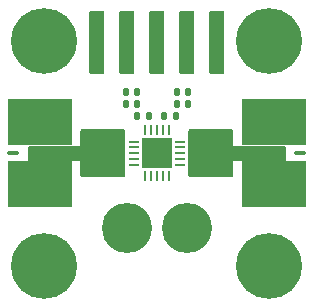
<source format=gbr>
%TF.GenerationSoftware,KiCad,Pcbnew,8.0.1*%
%TF.CreationDate,2024-07-13T13:57:38-04:00*%
%TF.ProjectId,X-Band Amplifier QPA1022,582d4261-6e64-4204-916d-706c69666965,v1.1*%
%TF.SameCoordinates,Original*%
%TF.FileFunction,Soldermask,Top*%
%TF.FilePolarity,Negative*%
%FSLAX46Y46*%
G04 Gerber Fmt 4.6, Leading zero omitted, Abs format (unit mm)*
G04 Created by KiCad (PCBNEW 8.0.1) date 2024-07-13 13:57:38*
%MOMM*%
%LPD*%
G01*
G04 APERTURE LIST*
G04 Aperture macros list*
%AMRoundRect*
0 Rectangle with rounded corners*
0 $1 Rounding radius*
0 $2 $3 $4 $5 $6 $7 $8 $9 X,Y pos of 4 corners*
0 Add a 4 corners polygon primitive as box body*
4,1,4,$2,$3,$4,$5,$6,$7,$8,$9,$2,$3,0*
0 Add four circle primitives for the rounded corners*
1,1,$1+$1,$2,$3*
1,1,$1+$1,$4,$5*
1,1,$1+$1,$6,$7*
1,1,$1+$1,$8,$9*
0 Add four rect primitives between the rounded corners*
20,1,$1+$1,$2,$3,$4,$5,0*
20,1,$1+$1,$4,$5,$6,$7,0*
20,1,$1+$1,$6,$7,$8,$9,0*
20,1,$1+$1,$8,$9,$2,$3,0*%
G04 Aperture macros list end*
%ADD10RoundRect,0.062500X-0.350000X-0.062500X0.350000X-0.062500X0.350000X0.062500X-0.350000X0.062500X0*%
%ADD11RoundRect,0.062500X-0.062500X-0.350000X0.062500X-0.350000X0.062500X0.350000X-0.062500X0.350000X0*%
%ADD12R,2.500000X2.500000*%
%ADD13RoundRect,0.135000X-0.135000X-0.185000X0.135000X-0.185000X0.135000X0.185000X-0.135000X0.185000X0*%
%ADD14RoundRect,0.140000X-0.140000X-0.170000X0.140000X-0.170000X0.140000X0.170000X-0.140000X0.170000X0*%
%ADD15RoundRect,0.087500X0.412500X-0.087500X0.412500X0.087500X-0.412500X0.087500X-0.412500X-0.087500X0*%
%ADD16R,5.500000X4.000000*%
%ADD17C,4.241800*%
%ADD18RoundRect,0.087500X-0.412500X0.087500X-0.412500X-0.087500X0.412500X-0.087500X0.412500X0.087500X0*%
%ADD19C,5.562600*%
G04 APERTURE END LIST*
D10*
%TO.C,U1*%
X137762500Y-62500000D03*
X137762500Y-63000000D03*
X137762500Y-63500000D03*
X137762500Y-64000000D03*
X137762500Y-64500000D03*
D11*
X138700000Y-65437500D03*
X139200000Y-65437500D03*
X139700000Y-65437500D03*
X140200000Y-65437500D03*
X140700000Y-65437500D03*
D10*
X141637500Y-64500000D03*
X141637500Y-64000000D03*
X141637500Y-63500000D03*
X141637500Y-63000000D03*
X141637500Y-62500000D03*
D11*
X140700000Y-61562500D03*
X140200000Y-61562500D03*
X139700000Y-61562500D03*
X139200000Y-61562500D03*
X138700000Y-61562500D03*
D12*
X139700000Y-63500000D03*
%TD*%
D13*
%TO.C,R2*%
X140333000Y-60325000D03*
X141353000Y-60325000D03*
%TD*%
%TO.C,R1*%
X138047000Y-60325000D03*
X139067000Y-60325000D03*
%TD*%
D14*
%TO.C,C4*%
X137061000Y-58293000D03*
X138021000Y-58293000D03*
%TD*%
%TO.C,C3*%
X141379000Y-58293000D03*
X142339000Y-58293000D03*
%TD*%
D15*
%TO.C,J2*%
X151850000Y-63500000D03*
D16*
X149600000Y-66135000D03*
X149600000Y-60865000D03*
%TD*%
D17*
%TO.C,H5*%
X137160000Y-69850000D03*
%TD*%
D18*
%TO.C,J1*%
X127550000Y-63500000D03*
D16*
X129800000Y-60865000D03*
X129800000Y-66135000D03*
%TD*%
D19*
%TO.C,H2*%
X149225000Y-53975000D03*
%TD*%
D17*
%TO.C,H6*%
X142240000Y-69850000D03*
%TD*%
D19*
%TO.C,H3*%
X130175000Y-73025000D03*
%TD*%
D14*
%TO.C,C1*%
X141379000Y-59309000D03*
X142339000Y-59309000D03*
%TD*%
D19*
%TO.C,H4*%
X149225000Y-73025000D03*
%TD*%
%TO.C,H1*%
X130175000Y-53975000D03*
%TD*%
D14*
%TO.C,C2*%
X137061000Y-59309000D03*
X138021000Y-59309000D03*
%TD*%
G36*
X142818039Y-51454685D02*
G01*
X142863794Y-51507489D01*
X142875000Y-51559000D01*
X142875000Y-56645000D01*
X142855315Y-56712039D01*
X142802511Y-56757794D01*
X142751000Y-56769000D01*
X141729000Y-56769000D01*
X141661961Y-56749315D01*
X141616206Y-56696511D01*
X141605000Y-56645000D01*
X141605000Y-51559000D01*
X141624685Y-51491961D01*
X141677489Y-51446206D01*
X141729000Y-51435000D01*
X142751000Y-51435000D01*
X142818039Y-51454685D01*
G37*
G36*
X136975121Y-61488002D02*
G01*
X137021614Y-61541658D01*
X137033000Y-61594000D01*
X137033000Y-65406000D01*
X137012998Y-65474121D01*
X136959342Y-65520614D01*
X136907000Y-65532000D01*
X133349000Y-65532000D01*
X133280879Y-65511998D01*
X133234386Y-65458342D01*
X133223000Y-65406000D01*
X133223000Y-64135000D01*
X128904000Y-64135000D01*
X128835879Y-64114998D01*
X128789386Y-64061342D01*
X128778000Y-64009000D01*
X128778000Y-62991000D01*
X128798002Y-62922879D01*
X128851658Y-62876386D01*
X128904000Y-62865000D01*
X133223000Y-62865000D01*
X133223000Y-61594000D01*
X133243002Y-61525879D01*
X133296658Y-61479386D01*
X133349000Y-61468000D01*
X136907000Y-61468000D01*
X136975121Y-61488002D01*
G37*
G36*
X146119121Y-61488002D02*
G01*
X146165614Y-61541658D01*
X146177000Y-61594000D01*
X146177000Y-62865000D01*
X150496000Y-62865000D01*
X150564121Y-62885002D01*
X150610614Y-62938658D01*
X150622000Y-62991000D01*
X150622000Y-64009000D01*
X150601998Y-64077121D01*
X150548342Y-64123614D01*
X150496000Y-64135000D01*
X146177000Y-64135000D01*
X146177000Y-65406000D01*
X146156998Y-65474121D01*
X146103342Y-65520614D01*
X146051000Y-65532000D01*
X142493000Y-65532000D01*
X142424879Y-65511998D01*
X142378386Y-65458342D01*
X142367000Y-65406000D01*
X142367000Y-61594000D01*
X142387002Y-61525879D01*
X142440658Y-61479386D01*
X142493000Y-61468000D01*
X146051000Y-61468000D01*
X146119121Y-61488002D01*
G37*
G36*
X135198039Y-51454685D02*
G01*
X135243794Y-51507489D01*
X135255000Y-51559000D01*
X135255000Y-56645000D01*
X135235315Y-56712039D01*
X135182511Y-56757794D01*
X135131000Y-56769000D01*
X134109000Y-56769000D01*
X134041961Y-56749315D01*
X133996206Y-56696511D01*
X133985000Y-56645000D01*
X133985000Y-51559000D01*
X134004685Y-51491961D01*
X134057489Y-51446206D01*
X134109000Y-51435000D01*
X135131000Y-51435000D01*
X135198039Y-51454685D01*
G37*
G36*
X140278039Y-51454685D02*
G01*
X140323794Y-51507489D01*
X140335000Y-51559000D01*
X140335000Y-56645000D01*
X140315315Y-56712039D01*
X140262511Y-56757794D01*
X140211000Y-56769000D01*
X139189000Y-56769000D01*
X139121961Y-56749315D01*
X139076206Y-56696511D01*
X139065000Y-56645000D01*
X139065000Y-51559000D01*
X139084685Y-51491961D01*
X139137489Y-51446206D01*
X139189000Y-51435000D01*
X140211000Y-51435000D01*
X140278039Y-51454685D01*
G37*
G36*
X137738039Y-51454685D02*
G01*
X137783794Y-51507489D01*
X137795000Y-51559000D01*
X137795000Y-56645000D01*
X137775315Y-56712039D01*
X137722511Y-56757794D01*
X137671000Y-56769000D01*
X136649000Y-56769000D01*
X136581961Y-56749315D01*
X136536206Y-56696511D01*
X136525000Y-56645000D01*
X136525000Y-51559000D01*
X136544685Y-51491961D01*
X136597489Y-51446206D01*
X136649000Y-51435000D01*
X137671000Y-51435000D01*
X137738039Y-51454685D01*
G37*
G36*
X145358039Y-51454685D02*
G01*
X145403794Y-51507489D01*
X145415000Y-51559000D01*
X145415000Y-56645000D01*
X145395315Y-56712039D01*
X145342511Y-56757794D01*
X145291000Y-56769000D01*
X144269000Y-56769000D01*
X144201961Y-56749315D01*
X144156206Y-56696511D01*
X144145000Y-56645000D01*
X144145000Y-51559000D01*
X144164685Y-51491961D01*
X144217489Y-51446206D01*
X144269000Y-51435000D01*
X145291000Y-51435000D01*
X145358039Y-51454685D01*
G37*
M02*

</source>
